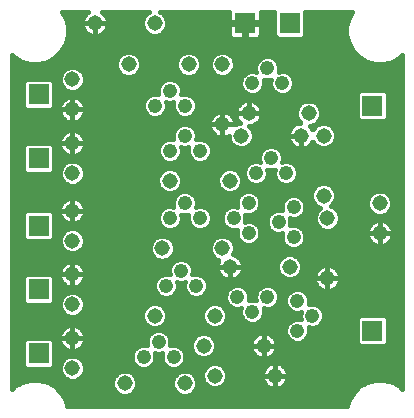
<source format=gtl>
G04 Output by ViewMate Deluxe V11.0.9  PentaLogix LLC*
G04 Sun May 11 19:32:23 2014*
%FSLAX33Y33*%
%MOMM*%
%IPPOS*%
%ADD10C,1.3081*%
%ADD11R,1.8009X1.8009*%
%ADD12C,1.209*%
%ADD13C,0.4064*%

%LPD*%
X0Y0D2*D13*G1X20203Y16929D2*X19520Y16929D1*X24768Y14514D2*X23597Y14514D1*X33266Y16124D2*X34544Y16124D1*X34544Y15723D2*X33310Y15723D1*X33310Y15319D2*X34544Y15319D1*X34544Y14917D2*X33310Y14917D1*X33310Y14514D2*X34544Y14514D1*X34544Y14112D2*X33310Y14112D1*X24404Y12098D2*X34544Y12098D1*X34544Y11697D2*X24745Y11697D1*X24859Y11293D2*X34544Y11293D1*X34544Y10892D2*X24816Y10892D1*X34013Y10488D2*X34544Y10488D1*X24605Y10488D2*X31265Y10488D1*X23749Y12314D2*X23749Y11201D1*X23749Y12314*X34544Y13307D2*X23823Y13307D1*X33076Y13708D2*X34544Y13708D1*X23906Y13708D2*X30932Y13708D1*X25187Y14112D2*X23846Y14112D1*X30698Y14112D2*X26121Y14112D1*X26540Y14514D2*X30698Y14514D1*X30698Y14917D2*X26665Y14917D1*X27242Y15319D2*X30698Y15319D1*X30698Y15723D2*X27785Y15723D1*X30698Y16081D2*X30935Y16320D1*X33073Y16320*X33310Y16081*X33310Y13945*X33073Y13706*X30935Y13706*X30698Y13945*X30698Y16081*X27935Y16124D2*X30742Y16124D1*X34544Y16528D2*X27917Y16528D1*X27706Y16929D2*X34544Y16929D1*X34544Y18943D2*X29180Y18943D1*X29301Y19345D2*X34544Y19345D1*X34544Y19748D2*X29268Y19748D1*X29063Y20150D2*X34544Y20150D1*X31651Y23774D2*X28931Y23774D1*X34544Y24176D2*X33279Y24176D1*X33627Y23774D2*X34544Y23774D1*X34544Y23371D2*X33746Y23371D1*X33711Y22969D2*X34544Y22969D1*X34544Y22565D2*X33503Y22565D1*X32774Y22164D2*X34544Y22164D1*X32639Y24379D2*X32639Y23266D1*X32639Y24379*X23713Y41890D2*X22565Y41890D1*X22565Y41488D2*X23713Y41488D1*X18517Y38268D2*X17234Y38268D1*X17465Y37864D2*X18285Y37864D1*X18245Y37462D2*X17506Y37462D1*X17389Y37059D2*X18362Y37059D1*X18702Y36657D2*X17048Y36657D1*X19304Y32474D2*X19304Y33586D1*X19304Y32474*X16388Y24580D2*X15870Y24580D1*X15804Y24176D2*X16454Y24176D1*X16734Y23774D2*X15524Y23774D1*X20216Y22565D2*X20798Y22565D1*X14648Y22969D2*X18880Y22969D1*X18392Y22565D2*X15136Y22565D1*X15283Y22164D2*X18245Y22164D1*X18255Y21760D2*X15273Y21760D1*X15085Y21359D2*X18443Y21359D1*X15255Y20955D2*X14481Y20955D1*X18971Y20955D2*X16368Y20955D1*X19619Y19345D2*X17958Y19345D1*X17485Y19748D2*X19047Y19748D1*X15552Y18943D2*X16071Y18943D1*X16104Y18539D2*X15519Y18539D1*X15286Y18138D2*X16337Y18138D1*X14166Y12903D2*X13647Y12903D1*X13612Y12502D2*X14201Y12502D1*X14437Y12098D2*X13376Y12098D1*X18067Y12098D2*X15916Y12098D1*X22893Y10488D2*X19454Y10488D1*X19688Y10892D2*X22682Y10892D1*X22639Y11293D2*X19728Y11293D1*X19611Y11697D2*X22753Y11697D1*X23094Y12098D2*X19271Y12098D1*X23025Y12050D2*X23167Y12151D1*X23322Y12233*X23490Y12286*X23663Y12314*X23749Y12314*X23835Y12314*X24008Y12286*X24176Y12233*X24331Y12151*X24473Y12050*X24597Y11925*X24699Y11783*X24778Y11628*X24834Y11463*X24859Y11290*X24859Y11201*X23749Y11201*X22639Y11201*X23749Y11201*X23749Y10091*X23749Y11201*X24859Y11201*X24859Y11115*X24834Y10942*X24778Y10775*X24699Y10620*X24597Y10478*X24473Y10356*X24331Y10251*X24176Y10173*X24008Y10117*X23835Y10091*X23749Y10091*X23663Y10091*X23490Y10117*X23322Y10173*X23167Y10251*X23025Y10356*X22901Y10478*X22799Y10620*X22720Y10775*X22664Y10942*X22639Y11115*X22639Y11201*X22639Y11290*X22664Y11463*X22720Y11628*X22799Y11783*X22901Y11925*X23025Y12050*X18377Y12903D2*X22062Y12903D1*X21770Y13307D2*X18684Y13307D1*X18776Y13708D2*X21687Y13708D1*X21747Y14112D2*X18712Y14112D1*X18443Y14514D2*X21996Y14514D1*X14036Y15319D2*X18222Y15319D1*X24643Y14917D2*X14478Y14917D1*X19116Y15319D2*X24689Y15319D1*X21323Y15723D2*X19586Y15723D1*X19728Y16124D2*X20947Y16124D1*X20833Y16528D2*X19715Y16528D1*X22103Y17734D2*X21585Y17734D1*X21557Y18138D2*X22131Y18138D1*X22355Y18539D2*X21333Y18539D1*X24846Y16929D2*X23485Y16929D1*X23985Y17333D2*X24651Y17333D1*X24643Y17734D2*X24125Y17734D1*X24097Y18138D2*X24811Y18138D1*X25400Y18539D2*X23873Y18539D1*X27567Y18539D2*X25908Y18539D1*X18092Y18943D2*X27208Y18943D1*X19815Y18539D2*X18059Y18539D1*X17826Y18138D2*X19591Y18138D1*X14440Y16929D2*X17818Y16929D1*X17623Y16528D2*X14635Y16528D1*X14648Y16124D2*X17610Y16124D1*X17752Y15723D2*X14506Y15723D1*X14811Y14514D2*X16990Y14514D1*X16721Y14112D2*X14917Y14112D1*X15598Y13708D2*X16657Y13708D1*X16749Y13307D2*X16055Y13307D1*X17117Y12842D2*X16817Y13142D1*X16657Y13531*X16657Y13952*X16817Y14343*X17117Y14641*X17506Y14803*X17927Y14803*X18316Y14641*X18616Y14343*X18776Y13952*X18776Y13531*X18616Y13142*X18316Y12842*X17927Y12682*X17506Y12682*X17117Y12842*X16187Y12903D2*X17056Y12903D1*X34544Y12502D2*X16152Y12502D1*X23531Y12903D2*X34544Y12903D1*X22796Y14854D2*X22796Y13741D1*X22796Y14854*X22537Y14826D2*X22710Y14854D1*X22796Y14854*X22883Y14854*X23056Y14826*X23223Y14773*X23378Y14691*X23520Y14590*X23645Y14465*X23746Y14323*X23825Y14168*X23881Y14003*X23906Y13830*X23906Y13741*X22796Y13741*X21687Y13741*X22796Y13741*X22796Y12631*X22796Y13741*X23906Y13741*X23906Y13655*X23881Y13482*X23825Y13315*X23746Y13160*X23645Y13018*X23520Y12896*X23378Y12791*X23223Y12713*X23056Y12657*X22883Y12631*X22796Y12631*X22710Y12631*X22537Y12657*X22370Y12713*X22215Y12791*X22073Y12896*X21948Y13018*X21847Y13160*X21768Y13315*X21712Y13482*X21687Y13655*X21687Y13741*X21687Y13830*X21712Y14003*X21768Y14168*X21847Y14323*X21948Y14465*X22073Y14590*X22215Y14691*X22370Y14773*X22537Y14826*X24935Y15723D2*X22365Y15723D1*X22741Y16124D2*X25913Y16124D1*X25931Y16528D2*X22855Y16528D1*X34544Y17333D2*X26657Y17333D1*X26665Y17734D2*X34544Y17734D1*X26510Y18125D2*X26665Y17752D1*X26665Y17351*X26622Y17252*X26723Y17292*X27125Y17292*X27496Y17137*X27780Y16855*X27935Y16482*X27935Y16081*X27780Y15710*X27496Y15425*X27125Y15270*X26723Y15270*X26622Y15314*X26665Y15212*X26665Y14811*X26510Y14440*X26226Y14155*X25855Y14000*X25453Y14000*X25082Y14155*X24798Y14440*X24643Y14811*X24643Y15212*X24798Y15585*X25082Y15867*X25453Y16022*X25855Y16022*X25956Y15982*X25913Y16081*X25913Y16482*X25956Y16584*X25855Y16540*X25453Y16540*X25082Y16695*X24798Y16980*X24643Y17351*X24643Y17752*X24798Y18125*X25082Y18407*X25453Y18562*X25855Y18562*X26226Y18407*X26510Y18125*X34544Y18138D2*X26497Y18138D1*X28821Y18539D2*X34544Y18539D1*X28194Y20569D2*X28194Y19456D1*X28194Y20569*X34544Y20554D2*X28377Y20554D1*X25941Y20955D2*X34544Y20955D1*X28011Y20554D2*X26078Y20554D1*X26060Y20150D2*X27325Y20150D1*X27120Y19748D2*X25857Y19748D1*X27084Y19456D2*X27084Y19545D1*X27109Y19718*X27165Y19883*X27244Y20038*X27346Y20180*X27470Y20305*X27612Y20406*X27767Y20488*X27935Y20541*X28108Y20569*X28194Y20569*X28280Y20569*X28453Y20541*X28621Y20488*X28776Y20406*X28918Y20305*X29042Y20180*X29144Y20038*X29223Y19883*X29279Y19718*X29304Y19545*X29304Y19456*X28194Y19456*X27084Y19456*X27084Y19370D2*X27084Y19456D1*X28194Y19456*X28194Y18346*X28194Y19456*X29304Y19456*X29304Y19370*X29279Y19197*X29223Y19030*X29144Y18875*X29042Y18732*X28918Y18611*X28776Y18506*X28621Y18428*X28453Y18372*X28280Y18346*X28194Y18346*X28108Y18346*X27935Y18372*X27767Y18428*X27612Y18506*X27470Y18611*X27346Y18732*X27244Y18875*X27165Y19030*X27109Y19197*X27084Y19370*X20259Y19345D2*X27087Y19345D1*X21049Y20498D2*X21049Y20409D1*X19939Y20409*X18829Y20409*X18854Y20150D2*X18910Y19982D1*X18989Y19827*X19091Y19685*X19215Y19563*X19357Y19459*X19512Y19380*X19680Y19324*X19853Y19299*X19939Y19299*X19939Y20409*X21049Y20409*X21049Y20323*X21024Y20150*X24181Y19748D2*X20831Y19748D1*X20907Y20955D2*X24097Y20955D1*X24539Y21359D2*X20523Y21359D1*X22461Y26190D2*X24608Y26190D1*X24366Y25786D2*X22537Y25786D1*X22446Y25385D2*X24326Y25385D1*X23398Y24981D2*X22131Y24981D1*X21267Y24580D2*X23122Y24580D1*X23056Y24176D2*X21971Y24176D1*X22410Y23774D2*X23157Y23774D1*X23485Y23371D2*X22537Y23371D1*X22497Y22969D2*X24326Y22969D1*X24402Y22565D2*X22255Y22565D1*X20363Y22164D2*X24694Y22164D1*X34544Y21760D2*X20353Y21760D1*X25499Y21359D2*X34544Y21359D1*X32504Y22164D2*X25979Y22164D1*X26271Y22565D2*X31775Y22565D1*X31532Y23371D2*X26256Y23371D1*X26347Y22969D2*X31567Y22969D1*X25941Y23774D2*X27457Y23774D1*X27196Y24176D2*X25077Y24176D1*X25778Y24580D2*X27135Y24580D1*X27231Y24981D2*X26220Y24981D1*X26347Y25385D2*X27541Y25385D1*X27033Y25786D2*X26307Y25786D1*X26065Y26190D2*X26833Y26190D1*X25908Y26345D2*X26192Y26063D1*X26347Y25690*X26347Y25288*X26192Y24917*X25908Y24633*X25537Y24478*X25136Y24478*X25034Y24521*X25077Y24420*X25077Y24018*X25034Y23919*X25136Y23960*X25537Y23960*X25908Y23805*X26192Y23523*X26347Y23150*X26347Y22748*X26192Y22377*X25908Y22093*X25537Y21938*X25136Y21938*X24765Y22093*X24481Y22377*X24326Y22748*X24326Y23150*X24369Y23251*X24267Y23208*X23866Y23208*X23495Y23363*X23211Y23647*X23056Y24018*X23056Y24420*X23211Y24793*X23495Y25075*X23866Y25230*X24267Y25230*X24369Y25189*X24326Y25288*X24326Y25690*X24481Y26063*X24765Y26345*X25136Y26500*X25537Y26500*X25908Y26345*X34544Y38268D2*X34480Y38268D1*X33866Y37864D2*X34544Y37864D1*X26325Y41890D2*X30236Y41890D1*X30008Y41488D2*X26325Y41488D1*X26325Y41084D2*X29901Y41084D1*X29820Y40683D2*X26325Y40683D1*X26325Y40279D2*X29820Y40279D1*X29863Y39878D2*X26223Y39878D1*X23917Y37864D2*X31412Y37864D1*X34544Y37462D2*X24115Y37462D1*X24125Y37059D2*X34544Y37059D1*X34544Y36657D2*X25123Y36657D1*X25359Y36253D2*X34544Y36253D1*X34544Y35852D2*X25395Y35852D1*X28669Y32228D2*X34544Y32228D1*X34544Y31826D2*X28898Y31826D1*X28936Y31422D2*X34544Y31422D1*X34544Y31021D2*X28816Y31021D1*X25471Y29007D2*X34544Y29007D1*X34544Y28605D2*X25690Y28605D1*X25712Y28202D2*X34544Y28202D1*X34544Y27800D2*X25568Y27800D1*X34544Y26591D2*X33353Y26591D1*X33630Y26190D2*X34544Y26190D1*X34544Y25786D2*X33698Y25786D1*X33612Y25385D2*X34544Y25385D1*X34544Y24981D2*X33312Y24981D1*X29253Y24580D2*X34544Y24580D1*X31999Y24176D2*X29192Y24176D1*X32212Y24298D2*X32380Y24351D1*X32553Y24379*X32639Y24379*X32725Y24379*X32898Y24351*X33066Y24298*X33221Y24216*X33363Y24115*X33487Y23990*X33589Y23848*X33668Y23693*X33724Y23528*X33749Y23355*X33749Y23266*X32639Y23266*X31529Y23266*X32639Y23266*X32639Y22156*X32639Y23266*X33749Y23266*X33749Y23180*X33724Y23007*X33668Y22840*X33589Y22685*X33487Y22542*X33363Y22421*X33221Y22316*X33066Y22238*X32898Y22182*X32725Y22156*X32639Y22156*X32553Y22156*X32380Y22182*X32212Y22238*X32057Y22316*X31915Y22421*X31791Y22542*X31689Y22685*X31610Y22840*X31554Y23007*X31529Y23180*X31529Y23266*X31529Y23355*X31554Y23528*X31610Y23693*X31689Y23848*X31791Y23990*X31915Y24115*X32057Y24216*X32212Y24298*X29157Y24981D2*X31966Y24981D1*X31666Y25385D2*X28847Y25385D1*X28720Y25786D2*X31580Y25786D1*X31648Y26190D2*X28920Y26190D1*X32040Y26706D2*X32428Y26868D1*X32850Y26868*X33238Y26706*X33538Y26408*X33698Y26017*X33698Y25596*X33538Y25207*X33238Y24907*X32850Y24747*X32428Y24747*X32040Y24907*X31740Y25207*X31580Y25596*X31580Y26017*X31740Y26408*X32040Y26706*X28936Y26591D2*X31925Y26591D1*X34544Y26995D2*X28796Y26995D1*X28341Y27396D2*X34544Y27396D1*X25049Y27396D2*X27412Y27396D1*X22509Y27396D2*X24354Y27396D1*X23835Y27800D2*X23028Y27800D1*X23172Y28202D2*X23691Y28202D1*X23713Y28605D2*X23150Y28605D1*X34544Y29411D2*X24440Y29411D1*X24442Y29812D2*X34544Y29812D1*X34544Y30216D2*X24262Y30216D1*X28466Y30617D2*X34544Y30617D1*X26617Y30617D2*X27287Y30617D1*X27084Y32228D2*X26833Y32228D1*X34544Y32631D2*X27310Y32631D1*X33310Y33033D2*X34544Y33033D1*X34544Y33437D2*X33310Y33437D1*X33310Y33838D2*X34544Y33838D1*X34544Y34242D2*X33310Y34242D1*X33310Y34643D2*X34544Y34643D1*X34544Y35047D2*X33310Y35047D1*X25263Y35448D2*X34544Y35448D1*X30698Y35047D2*X24801Y35047D1*X30698Y32995D2*X30698Y35131D1*X30935Y35370*X33073Y35370*X33310Y35131*X33310Y32995*X33073Y32756*X30935Y32756*X30698Y32995*X27592Y33033D2*X30698Y33033D1*X30698Y33437D2*X27666Y33437D1*X27584Y33838D2*X30698Y33838D1*X30698Y34242D2*X27292Y34242D1*X16977Y34643D2*X30698Y34643D1*X20770Y34242D2*X17140Y34242D1*X21526Y33426D2*X21526Y34539D1*X21526Y33426*X20404Y32631D2*X20752Y32631D1*X20267Y33033D2*X20485Y33033D1*X20417Y33437D2*X19865Y33437D1*X17130Y33838D2*X20493Y33838D1*X18743Y33437D2*X16932Y33437D1*X7460Y33033D2*X18341Y33033D1*X5662Y24580D2*X5052Y24580D1*X5042Y24981D2*X5509Y24981D1*X2441Y22969D2*X1524Y22969D1*X1524Y23371D2*X2441Y23371D1*X2441Y23774D2*X1524Y23774D1*X1524Y24176D2*X2441Y24176D1*X2441Y24580D2*X1524Y24580D1*X1524Y24981D2*X2451Y24981D1*X5512Y25385D2*X1524Y25385D1*X1524Y25786D2*X5677Y25786D1*X2441Y28605D2*X1524Y28605D1*X1524Y29007D2*X2441Y29007D1*X2441Y29411D2*X1524Y29411D1*X1524Y29812D2*X2441Y29812D1*X2441Y30216D2*X1524Y30216D1*X1524Y30617D2*X2441Y30617D1*X18204Y32631D2*X1524Y32631D1*X18194Y32474D2*X18194Y32563D1*X18219Y32736*X18275Y32901*X18354Y33056*X18456Y33198*X18580Y33322*X18722Y33424*X18877Y33505*X19045Y33558*X19218Y33586*X19304Y33586*X19390Y33586*X19563Y33558*X19731Y33505*X19886Y33424*X20028Y33322*X20152Y33198*X20254Y33056*X20333Y32901*X20389Y32736*X20414Y32563*X20414Y32474*X19304Y32474*X18194Y32474*X16853Y32228D2*X18217Y32228D1*X18402Y31826D2*X17097Y31826D1*X22601Y30216D2*X18410Y30216D1*X18311Y29812D2*X22421Y29812D1*X22423Y29411D2*X17986Y29411D1*X7442Y29007D2*X21392Y29007D1*X1524Y33033D2*X5748Y33033D1*X1524Y38268D2*X1588Y38268D1*X2202Y37864D2*X1524Y37864D1*X7780Y41890D2*X5832Y41890D1*X6060Y41488D2*X7485Y41488D1*X7399Y41084D2*X6167Y41084D1*X6248Y40683D2*X7460Y40683D1*X7704Y40279D2*X6248Y40279D1*X12857Y40279D2*X9314Y40279D1*X9558Y40683D2*X12593Y40683D1*X12530Y41084D2*X9619Y41084D1*X9533Y41488D2*X12624Y41488D1*X12934Y41890D2*X9238Y41890D1*X19853Y41890D2*X14244Y41890D1*X21306Y40683D2*X21112Y40683D1*X21112Y40279D2*X21306Y40279D1*X21306Y39878D2*X21112Y39878D1*X23815Y39878D2*X22482Y39878D1*X22565Y40279D2*X23713Y40279D1*X23713Y40683D2*X22565Y40683D1*X21306Y41084D2*X23713Y41084D1*X14648Y41084D2*X21112Y41084D1*X19853Y41488D2*X14554Y41488D1*X14585Y40683D2*X19853Y40683D1*X19853Y40279D2*X14321Y40279D1*X6205Y39878D2*X19936Y39878D1*X29972Y39474D2*X6096Y39474D1*X5911Y39073D2*X30157Y39073D1*X30394Y38669D2*X5674Y38669D1*X20091Y38268D2*X30798Y38268D1*X22311Y37864D2*X20323Y37864D1*X20363Y37462D2*X22113Y37462D1*X19906Y36657D2*X21105Y36657D1*X20203Y36954D2*X19903Y36655D1*X19515Y36495*X19093Y36495*X18705Y36655*X18405Y36954*X18245Y37343*X18245Y37765*X18405Y38156*X18705Y38453*X19093Y38616*X19515Y38616*X19903Y38453*X20203Y38156*X20363Y37765*X20363Y37343*X20203Y36954*X22103Y37059D2*X20246Y37059D1*X22847Y36253D2*X22819Y36253D1*X23381Y36253D2*X23409Y36253D1*X22855Y35852D2*X23373Y35852D1*X23505Y35448D2*X22723Y35448D1*X22261Y35047D2*X23967Y35047D1*X25921Y34242D2*X22283Y34242D1*X22560Y33838D2*X25629Y33838D1*X22636Y33426D2*X21526Y33426D1*X20417Y33426*X20417Y33515*X20442Y33688*X20498Y33853*X20577Y34008*X20678Y34150*X20803Y34275*X20945Y34376*X21100Y34458*X21267Y34511*X21440Y34539*X21526Y34539*X21613Y34539*X21786Y34511*X21953Y34458*X22108Y34376*X22250Y34275*X22375Y34150*X22476Y34008*X22555Y33853*X22611Y33688*X22636Y33515*X22636Y33426*X25547Y33437D2*X22636Y33437D1*X22568Y33033D2*X25621Y33033D1*X25867Y32631D2*X22301Y32631D1*X21684Y32228D2*X25110Y32228D1*X24902Y31826D2*X21913Y31826D1*X24862Y31521D2*X25972Y31521D1*X25972Y30411*X25972Y31521*X24862Y31521*X21951Y31422D2*X24862Y31422D1*X24981Y31021D2*X21831Y31021D1*X25390Y30571D2*X25248Y30676D1*X25123Y30798*X25022Y30940*X24943Y31095*X24887Y31262*X24862Y31435*X24862Y31521*X24862Y31610*X24887Y31783*X24943Y31948*X25022Y32103*X25123Y32245*X25248Y32370*X25390Y32471*X25545Y32553*X25712Y32606*X25885Y32634*X25900Y32634*X25707Y32827*X25547Y33216*X25547Y33637*X25707Y34028*X26007Y34326*X26396Y34488*X26817Y34488*X27206Y34326*X27506Y34028*X27666Y33637*X27666Y33216*X27506Y32827*X27206Y32527*X26817Y32367*X26698Y32367*X26820Y32245*X26921Y32103*X26949Y32052*X26977Y32123*X27277Y32421*X27666Y32583*X28087Y32583*X28476Y32421*X28776Y32123*X28936Y31732*X28936Y31311*X28776Y30922*X28476Y30622*X28087Y30462*X27666Y30462*X27277Y30622*X26977Y30922*X26949Y30991*X26921Y30940*X26820Y30798*X26695Y30676*X26553Y30571*X26398Y30493*X26231Y30437*X26058Y30411*X25972Y30411*X25885Y30411*X25712Y30437*X25545Y30493*X25390Y30571*X23655Y30617D2*X25326Y30617D1*X21481Y30617D2*X23208Y30617D1*X18341Y30617D2*X20302Y30617D1*X19952Y31021D2*X18059Y31021D1*X19665Y31422D2*X19832Y31422D1*X18877Y31445D2*X18722Y31524D1*X18580Y31628*X18456Y31750*X18354Y31892*X18275Y32047*X18219Y32215*X18194Y32388*X18194Y32474*X19304Y32474*X19304Y31364*X19304Y32474*X20414Y32474*X20414Y32471*X20681Y32583*X20800Y32583*X20678Y32702*X20577Y32845*X20498Y33000*X20442Y33167*X20417Y33340*X20417Y33426*X21526Y33426*X22636Y33426*X22636Y33340*X22611Y33167*X22555Y33000*X22476Y32845*X22375Y32702*X22250Y32581*X22108Y32476*X21953Y32398*X21786Y32342*X21613Y32316*X21598Y32316*X21791Y32123*X21951Y31732*X21951Y31311*X21791Y30922*X21491Y30622*X21102Y30462*X20681Y30462*X20292Y30622*X19992Y30922*X19832Y31311*X19832Y31496*X19731Y31445*X19563Y31389*X19390Y31364*X19304Y31364*X19218Y31364*X19045Y31389*X18877Y31445*X17140Y31422D2*X18943Y31422D1*X15870Y30216D2*X16388Y30216D1*X16487Y29812D2*X15771Y29812D1*X15446Y29411D2*X16812Y29411D1*X7082Y27396D2*X13840Y27396D1*X13800Y27800D2*X7526Y27800D1*X7663Y28202D2*X13914Y28202D1*X14252Y28605D2*X7645Y28605D1*X7490Y30216D2*X13848Y30216D1*X13917Y30617D2*X7686Y30617D1*X7709Y31021D2*X14199Y31021D1*X15118Y31422D2*X7577Y31422D1*X7257Y34643D2*X12741Y34643D1*X12578Y34242D2*X7597Y34242D1*X7714Y33838D2*X12588Y33838D1*X12786Y33437D2*X7673Y33437D1*X15326Y33437D2*X14392Y33437D1*X14590Y33838D2*X15128Y33838D1*X15118Y34242D2*X14600Y34242D1*X15865Y35047D2*X15834Y35047D1*X21427Y35047D2*X16393Y35047D1*X15870Y35448D2*X20965Y35448D1*X20833Y35852D2*X15738Y35852D1*X20833Y36167D2*X20988Y36540D1*X21272Y36822*X21643Y36977*X22045Y36977*X22146Y36937*X22103Y37036*X22103Y37437*X22258Y37810*X22542Y38092*X22913Y38247*X23315Y38247*X23686Y38092*X23970Y37810*X24125Y37437*X24125Y37036*X24082Y36937*X24183Y36977*X24585Y36977*X24956Y36822*X25240Y36540*X25395Y36167*X25395Y35766*X25240Y35395*X24956Y35110*X24585Y34955*X24183Y34955*X23812Y35110*X23528Y35395*X23373Y35766*X23373Y36167*X23416Y36269*X23315Y36225*X22913Y36225*X22812Y36269*X22855Y36167*X22855Y35766*X22700Y35395*X22416Y35110*X22045Y34955*X21643Y34955*X21272Y35110*X20988Y35395*X20833Y35766*X20833Y36167*X15273Y36253D2*X20869Y36253D1*X11968Y36657D2*X15845Y36657D1*X15504Y37059D2*X12309Y37059D1*X12426Y37462D2*X15387Y37462D1*X15428Y37864D2*X12385Y37864D1*X15547Y38156D2*X15387Y37765D1*X15387Y37343*X15547Y36954*X15847Y36655*X16236Y36495*X16657Y36495*X17046Y36655*X17346Y36954*X17506Y37343*X17506Y37765*X17346Y38156*X17046Y38453*X16657Y38616*X16236Y38616*X15847Y38453*X15547Y38156*X12154Y38268D2*X15659Y38268D1*X5270Y38268D2*X10579Y38268D1*X10348Y37864D2*X4656Y37864D1*X1524Y37462D2*X10307Y37462D1*X1524Y36253D2*X2611Y36253D1*X2441Y35852D2*X1524Y35852D1*X1524Y35448D2*X2441Y35448D1*X2441Y35047D2*X1524Y35047D1*X1524Y34643D2*X2441Y34643D1*X2441Y34242D2*X1524Y34242D1*X1524Y33838D2*X2548Y33838D1*X5535Y33437D2*X1524Y33437D1*X5494Y33838D2*X4945Y33838D1*X5052Y34242D2*X5611Y34242D1*X5951Y34643D2*X5052Y34643D1*X5052Y35852D2*X5636Y35852D1*X4816Y36322D2*X5052Y36083D1*X5052Y33947*X4816Y33708*X2677Y33708*X2441Y33947*X2441Y36083*X2677Y36322*X4816Y36322*X5545Y36253D2*X4882Y36253D1*X1524Y36657D2*X5611Y36657D1*X5880Y37059D2*X1524Y37059D1*X10424Y37059D2*X7328Y37059D1*X10767Y36655D2*X10467Y36954D1*X10307Y37343*X10307Y37765*X10467Y38156*X10767Y38453*X11156Y38616*X11577Y38616*X11966Y38453*X12266Y38156*X12426Y37765*X12426Y37343*X12266Y36954*X11966Y36655*X11577Y36495*X11156Y36495*X10767Y36655*X7597Y36657D2*X10765Y36657D1*X14445Y36253D2*X7663Y36253D1*X7572Y35852D2*X13980Y35852D1*X13848Y35448D2*X7267Y35448D1*X13853Y35047D2*X13884Y35047D1*X13388Y35072D2*X13790Y35072D1*X13891Y35032*X13848Y35131*X13848Y35532*X14003Y35905*X14288Y36187*X14658Y36342*X15060Y36342*X15430Y36187*X15715Y35905*X15870Y35532*X15870Y35131*X15827Y35032*X15928Y35072*X16330Y35072*X16700Y34917*X16985Y34635*X17140Y34262*X17140Y33861*X16985Y33490*X16700Y33205*X16330Y33050*X15928Y33050*X15558Y33205*X15273Y33490*X15118Y33861*X15118Y34262*X15161Y34364*X15060Y34320*X14658Y34320*X14557Y34364*X14600Y34262*X14600Y33861*X14445Y33490*X14160Y33205*X13790Y33050*X13388Y33050*X13018Y33205*X12733Y33490*X12578Y33861*X12578Y34262*X12733Y34635*X13018Y34917*X13388Y35072*X5052Y35047D2*X13325Y35047D1*X5941Y35448D2*X5052Y35448D1*X6393Y35225D2*X6005Y35385D1*X5705Y35684*X5545Y36073*X5545Y36495*X5705Y36886*X6005Y37183*X6393Y37346*X6815Y37346*X7203Y37183*X7503Y36886*X7663Y36495*X7663Y36073*X7503Y35684*X7203Y35385*X6815Y35225*X6393Y35225*X6604Y33744D2*X6604Y34856D1*X6690Y34856*X6863Y34828*X7031Y34775*X7186Y34694*X7328Y34592*X7452Y34468*X7554Y34326*X7633Y34171*X7689Y34006*X7714Y33833*X7714Y33744*X6604Y33744*X6604Y34856*X6518Y34856*X6345Y34828*X6177Y34775*X6022Y34694*X5880Y34592*X5756Y34468*X5654Y34326*X5575Y34171*X5519Y34006*X5494Y33833*X5494Y33744*X6604Y33744*X6604Y32634D2*X6518Y32634D1*X6345Y32659*X6177Y32715*X6022Y32794*X5880Y32898*X5756Y33020*X5654Y33162*X5575Y33317*X5519Y33485*X5494Y33658*X5494Y33744*X6604Y33744*X6604Y32634*X6604Y33744*X7714Y33744*X7714Y33658*X7689Y33485*X7633Y33317*X7554Y33162*X7452Y33020*X7328Y32898*X7186Y32794*X7031Y32715*X6863Y32659*X6690Y32634*X6604Y32634*X6604Y31999D2*X6604Y30886D1*X6604Y31999*X15161Y31826D2*X7203Y31826D1*X1524Y32228D2*X15405Y32228D1*X6005Y31826D2*X1524Y31826D1*X1524Y31422D2*X5631Y31422D1*X5499Y31021D2*X1524Y31021D1*X5494Y30886D2*X5494Y30975D1*X5519Y31148*X5575Y31313*X5654Y31468*X5756Y31610*X5880Y31735*X6022Y31836*X6177Y31918*X6345Y31971*X6518Y31999*X6604Y31999*X6690Y31999*X6863Y31971*X7031Y31918*X7186Y31836*X7328Y31735*X7452Y31610*X7554Y31468*X7633Y31313*X7689Y31148*X7714Y30975*X7714Y30886*X6604Y30886*X5494Y30886*X5522Y30617D2*X5052Y30617D1*X5052Y30216D2*X5718Y30216D1*X6314Y29812D2*X5052Y29812D1*X6604Y29776D2*X6518Y29776D1*X6345Y29802*X6177Y29858*X6022Y29936*X5880Y30041*X5756Y30162*X5654Y30305*X5575Y30460*X5519Y30627*X5494Y30800*X5494Y30886*X6604Y30886*X6604Y29776*X6863Y29802D2*X6690Y29776D1*X6604Y29776*X6604Y30886*X7714Y30886*X7714Y30800*X7689Y30627*X7633Y30460*X7554Y30305*X7452Y30162*X7328Y30041*X7186Y29936*X7031Y29858*X6863Y29802*X13947Y29812D2*X6894Y29812D1*X14288Y29395D2*X14003Y29680D1*X13848Y30051*X13848Y30452*X14003Y30825*X14288Y31107*X14658Y31262*X15060Y31262*X15161Y31222*X15118Y31321*X15118Y31722*X15273Y32095*X15558Y32377*X15928Y32532*X16330Y32532*X16700Y32377*X16985Y32095*X17140Y31722*X17140Y31321*X17097Y31222*X17198Y31262*X17600Y31262*X17970Y31107*X18255Y30825*X18410Y30452*X18410Y30051*X18255Y29680*X17970Y29395*X17600Y29240*X17198Y29240*X16828Y29395*X16543Y29680*X16388Y30051*X16388Y30452*X16431Y30554*X16330Y30510*X15928Y30510*X15827Y30554*X15870Y30452*X15870Y30051*X15715Y29680*X15430Y29395*X15060Y29240*X14658Y29240*X14288Y29395*X5052Y29411D2*X14272Y29411D1*X5052Y29007D2*X5766Y29007D1*X5052Y28550D2*X5052Y30686D1*X4816Y30924*X2677Y30924*X2441Y30686*X2441Y28550*X2677Y28311*X4816Y28311*X5052Y28550*X5563Y28605D2*X5052Y28605D1*X1524Y28202D2*X5545Y28202D1*X5682Y27800D2*X1524Y27800D1*X6005Y27447D2*X5705Y27747D1*X5545Y28136*X5545Y28557*X5705Y28948*X6005Y29246*X6393Y29408*X6815Y29408*X7203Y29246*X7503Y28948*X7663Y28557*X7663Y28136*X7503Y27747*X7203Y27447*X6815Y27287*X6393Y27287*X6005Y27447*X1524Y27396D2*X6126Y27396D1*X14077Y26995D2*X1524Y26995D1*X7056Y26190D2*X15194Y26190D1*X15118Y25786D2*X7531Y25786D1*X7696Y25385D2*X14277Y25385D1*X13950Y24981D2*X7699Y24981D1*X7546Y24580D2*X13848Y24580D1*X13665Y19345D2*X7633Y19345D1*X7714Y19748D2*X14138Y19748D1*X14801Y20150D2*X7650Y20150D1*X7396Y20554D2*X14910Y20554D1*X5494Y19748D2*X4877Y19748D1*X5052Y19345D2*X5575Y19345D1*X5865Y18943D2*X5052Y18943D1*X6604Y20886D2*X6604Y19774D1*X6604Y20886*X13175Y21760D2*X7231Y21760D1*X7556Y22164D2*X13165Y22164D1*X13312Y22565D2*X7663Y22565D1*X7612Y22969D2*X13800Y22969D1*X20516Y23371D2*X7363Y23371D1*X19728Y22969D2*X20556Y22969D1*X19515Y23058D2*X19903Y22896D1*X20203Y22598*X20363Y22207*X20363Y21786*X20239Y21481*X20366Y21440*X20521Y21359*X20663Y21257*X20787Y21133*X20889Y20991*X20968Y20836*X21024Y20671*X21049Y20498*X23960Y20554D2*X21041Y20554D1*X23960Y20198D2*X23960Y20620D1*X24120Y21011*X24420Y21308*X24808Y21471*X25230Y21471*X25618Y21308*X25918Y21011*X26078Y20620*X26078Y20198*X25918Y19809*X25618Y19510*X25230Y19350*X24808Y19350*X24420Y19510*X24120Y19809*X23960Y20198*X23978Y20150D2*X21024Y20150D1*X20968Y19982*X20889Y19827*X20787Y19685*X20663Y19563*X20521Y19459*X20366Y19380*X20198Y19324*X20025Y19299*X19939Y19299*X19939Y20409*X18829Y20409*X16713Y20554D2*X18837Y20554D1*X16822Y20150D2*X18854Y20150D1*X18829Y20323*X18829Y20409*X18829Y20498*X18854Y20671*X18910Y20836*X18984Y20983*X18705Y21097*X18405Y21397*X18245Y21786*X18245Y22207*X18405Y22598*X18705Y22896*X19093Y23058*X19515Y23058*X18064Y23774D2*X19591Y23774D1*X19312Y24176D2*X18344Y24176D1*X18410Y24580D2*X19246Y24580D1*X19347Y24981D2*X18308Y24981D1*X17981Y25385D2*X19675Y25385D1*X20516Y25786D2*X17140Y25786D1*X17064Y26190D2*X20592Y26190D1*X20881Y26591D2*X16774Y26591D1*X26957Y26995D2*X20721Y26995D1*X26817Y26652D2*X26977Y27043D1*X27277Y27341*X27666Y27503*X28087Y27503*X28476Y27341*X28776Y27043*X28936Y26652*X28936Y26231*X28776Y25842*X28494Y25560*X28793Y25436*X29093Y25138*X29253Y24747*X29253Y24326*X29093Y23937*X28793Y23637*X28405Y23477*X27983Y23477*X27595Y23637*X27295Y23937*X27135Y24326*X27135Y24747*X27295Y25138*X27577Y25418*X27277Y25542*X26977Y25842*X26817Y26231*X26817Y26652*X22172Y26591D2*X26817Y26591D1*X21727Y26817D2*X22098Y26662D1*X22382Y26380*X22537Y26007*X22537Y25606*X22382Y25235*X22098Y24950*X21727Y24795*X21326Y24795*X21224Y24839*X21267Y24737*X21267Y24336*X21224Y24237*X21326Y24277*X21727Y24277*X22098Y24122*X22382Y23840*X22537Y23467*X22537Y23066*X22382Y22695*X22098Y22410*X21727Y22255*X21326Y22255*X20955Y22410*X20671Y22695*X20516Y23066*X20516Y23467*X20559Y23569*X20457Y23525*X20056Y23525*X19685Y23680*X19401Y23965*X19246Y24336*X19246Y24737*X19401Y25110*X19685Y25392*X20056Y25547*X20457Y25547*X20559Y25507*X20516Y25606*X20516Y26007*X20671Y26380*X20955Y26662*X21326Y26817*X21727Y26817*X20958Y27396D2*X21814Y27396D1*X20998Y27800D2*X21295Y27800D1*X21151Y28202D2*X20884Y28202D1*X21151Y28547D2*X21306Y28920D1*X21590Y29202*X21961Y29357*X22362Y29357*X22464Y29317*X22421Y29416*X22421Y29817*X22576Y30190*X22860Y30472*X23231Y30627*X23632Y30627*X24003Y30472*X24287Y30190*X24442Y29817*X24442Y29416*X24399Y29317*X24501Y29357*X24902Y29357*X25273Y29202*X25557Y28920*X25712Y28547*X25712Y28146*X25557Y27775*X25273Y27490*X24902Y27335*X24501Y27335*X24130Y27490*X23846Y27775*X23691Y28146*X23691Y28547*X23734Y28649*X23632Y28605*X23231Y28605*X23129Y28649*X23172Y28547*X23172Y28146*X23017Y27775*X22733Y27490*X22362Y27335*X21961Y27335*X21590Y27490*X21306Y27775*X21151Y28146*X21151Y28547*X20546Y28605D2*X21173Y28605D1*X15466Y28605D2*X19332Y28605D1*X18994Y28202D2*X15804Y28202D1*X15918Y27800D2*X18880Y27800D1*X18920Y27396D2*X15878Y27396D1*X19040Y27112D2*X18880Y27501D1*X18880Y27922*X19040Y28313*X19340Y28611*X19728Y28773*X20150Y28773*X20538Y28611*X20838Y28313*X20998Y27922*X20998Y27501*X20838Y27112*X20538Y26812*X20150Y26652*X19728Y26652*X19340Y26812*X19040Y27112*X15641Y26995D2*X19157Y26995D1*X15458Y26812D2*X15758Y27112D1*X15918Y27501*X15918Y27922*X15758Y28313*X15458Y28611*X15070Y28773*X14648Y28773*X14260Y28611*X13960Y28313*X13800Y27922*X13800Y27501*X13960Y27112*X14260Y26812*X14648Y26652*X15070Y26652*X15458Y26812*X1524Y26591D2*X15484Y26591D1*X6152Y26190D2*X1524Y26190D1*X6604Y25171D2*X6604Y26284D1*X6690Y26284*X6863Y26256*X7031Y26203*X7186Y26121*X7328Y26020*X7452Y25895*X7554Y25753*X7633Y25598*X7689Y25433*X7714Y25260*X7714Y25171*X6604Y25171*X6604Y26284*X6518Y26284*X6345Y26256*X6177Y26203*X6022Y26121*X5880Y26020*X5756Y25895*X5654Y25753*X5575Y25598*X5519Y25433*X5494Y25260*X5494Y25171*X6604Y25171*X13914Y24176D2*X7097Y24176D1*X14288Y23680D2*X14003Y23965D1*X13848Y24336*X13848Y24737*X14003Y25110*X14288Y25392*X14658Y25547*X15060Y25547*X15161Y25507*X15118Y25606*X15118Y26007*X15273Y26380*X15558Y26662*X15928Y26817*X16330Y26817*X16700Y26662*X16985Y26380*X17140Y26007*X17140Y25606*X17097Y25507*X17198Y25547*X17600Y25547*X17970Y25392*X18255Y25110*X18410Y24737*X18410Y24336*X18255Y23965*X17970Y23680*X17600Y23525*X17198Y23525*X16828Y23680*X16543Y23965*X16388Y24336*X16388Y24737*X16431Y24839*X16330Y24795*X15928Y24795*X15827Y24839*X15870Y24737*X15870Y24336*X15715Y23965*X15430Y23680*X15060Y23525*X14658Y23525*X14288Y23680*X5052Y23774D2*X14194Y23774D1*X6111Y24176D2*X5052Y24176D1*X6177Y24143D2*X6345Y24087D1*X6518Y24061*X6604Y24061*X6604Y25171*X7714Y25171*X7714Y25085*X7689Y24912*X7633Y24745*X7554Y24590*X7452Y24448*X7328Y24326*X7186Y24221*X7031Y24143*X6863Y24087*X6690Y24061*X6604Y24061*X6604Y25171*X5494Y25171*X5494Y25085*X5519Y24912*X5575Y24745*X5654Y24590*X5756Y24448*X5880Y24326*X6022Y24221*X6177Y24143*X5052Y23371D2*X5845Y23371D1*X5052Y22835D2*X5052Y24971D1*X4816Y25210*X2677Y25210*X2441Y24971*X2441Y22835*X2677Y22596*X4816Y22596*X5052Y22835*X5596Y22969D2*X5052Y22969D1*X1524Y22565D2*X5545Y22565D1*X5652Y22164D2*X1524Y22164D1*X6005Y21732D2*X5705Y22032D1*X5545Y22421*X5545Y22842*X5705Y23233*X6005Y23531*X6393Y23693*X6815Y23693*X7203Y23531*X7503Y23233*X7663Y22842*X7663Y22421*X7503Y22032*X7203Y21732*X6815Y21572*X6393Y21572*X6005Y21732*X1524Y21760D2*X5977Y21760D1*X13363Y21359D2*X1524Y21359D1*X14013Y20937D2*X13625Y21097D1*X13325Y21397*X13165Y21786*X13165Y22207*X13325Y22598*X13625Y22896*X14013Y23058*X14435Y23058*X14823Y22896*X15123Y22598*X15283Y22207*X15283Y21786*X15123Y21397*X14823Y21097*X14435Y20937*X14013Y20937*X1524Y20955D2*X13967Y20955D1*X5812Y20554D2*X1524Y20554D1*X5575Y20201D2*X5654Y20356D1*X5756Y20498*X5880Y20622*X6022Y20724*X6177Y20805*X6345Y20858*X6518Y20886*X6604Y20886*X6690Y20886*X6863Y20858*X7031Y20805*X7186Y20724*X7328Y20622*X7452Y20498*X7554Y20356*X7633Y20201*X7689Y20036*X7714Y19863*X7714Y19774*X6604Y19774*X5494Y19774*X6604Y19774*X6604Y18664*X6518Y18664*X6345Y18689*X6177Y18745*X6022Y18824*X5880Y18928*X5756Y19050*X5654Y19192*X5575Y19347*X5519Y19515*X5494Y19688*X5494Y19774*X5494Y19863*X5519Y20036*X5575Y20201*X1524Y20150D2*X5558Y20150D1*X1524Y19748D2*X2616Y19748D1*X2441Y19345D2*X1524Y19345D1*X1524Y18943D2*X2441Y18943D1*X2441Y18539D2*X1524Y18539D1*X1524Y18138D2*X2441Y18138D1*X2441Y17734D2*X1524Y17734D1*X1524Y17333D2*X2545Y17333D1*X2055Y10488D2*X1524Y10488D1*X1524Y10892D2*X6116Y10892D1*X5682Y11293D2*X1524Y11293D1*X13335Y14917D2*X7577Y14917D1*X7706Y14514D2*X13002Y14514D1*X12896Y14112D2*X7686Y14112D1*X7493Y13708D2*X12215Y13708D1*X1524Y14917D2*X5631Y14917D1*X6010Y15319D2*X1524Y15319D1*X1524Y16528D2*X5812Y16528D1*X5583Y16929D2*X1524Y16929D1*X4948Y17333D2*X5545Y17333D1*X5052Y17437D2*X5052Y19573D1*X4816Y19812*X2677Y19812*X2441Y19573*X2441Y17437*X2677Y17198*X4816Y17198*X5052Y17437*X5664Y17734D2*X5052Y17734D1*X5052Y18138D2*X6012Y18138D1*X13564Y18539D2*X5052Y18539D1*X7343Y18943D2*X13531Y18943D1*X7031Y18745D2*X6863Y18689D1*X6690Y18664*X6604Y18664*X6604Y19774*X7714Y19774*X7714Y19688*X7689Y19515*X7633Y19347*X7554Y19192*X7452Y19050*X7328Y18928*X7186Y18824*X7031Y18745*X13797Y18138D2*X7196Y18138D1*X13970Y17965D2*X13686Y18250D1*X13531Y18621*X13531Y19022*X13686Y19395*X13970Y19677*X14341Y19832*X14742Y19832*X14844Y19792*X14801Y19891*X14801Y20292*X14956Y20665*X15240Y20947*X15611Y21102*X16012Y21102*X16383Y20947*X16667Y20665*X16822Y20292*X16822Y19891*X16779Y19792*X16881Y19832*X17282Y19832*X17653Y19677*X17937Y19395*X18092Y19022*X18092Y18621*X17937Y18250*X17653Y17965*X17282Y17810*X16881Y17810*X16510Y17965*X16226Y18250*X16071Y18621*X16071Y19022*X16114Y19124*X16012Y19080*X15611Y19080*X15509Y19124*X15552Y19022*X15552Y18621*X15397Y18250*X15113Y17965*X14742Y17810*X14341Y17810*X13970Y17965*X18433Y17333D2*X13825Y17333D1*X18880Y17343D2*X19268Y17181D1*X19568Y16883*X19728Y16492*X19728Y16071*X19568Y15682*X19268Y15382*X18880Y15222*X18458Y15222*X18070Y15382*X17770Y15682*X17610Y16071*X17610Y16492*X17770Y16883*X18070Y17181*X18458Y17343*X18880Y17343*X19703Y17333D2*X18905Y17333D1*X19563Y17668D2*X19563Y18070D1*X19718Y18443*X20002Y18725*X20373Y18880*X20775Y18880*X21146Y18725*X21430Y18443*X21585Y18070*X21585Y17668*X21542Y17569*X21643Y17610*X22045Y17610*X22146Y17569*X22103Y17668*X22103Y18070*X22258Y18443*X22542Y18725*X22913Y18880*X23315Y18880*X23686Y18725*X23970Y18443*X24125Y18070*X24125Y17668*X23970Y17297*X23686Y17013*X23315Y16858*X22913Y16858*X22812Y16901*X22855Y16800*X22855Y16398*X22700Y16027*X22416Y15743*X22045Y15588*X21643Y15588*X21272Y15743*X20988Y16027*X20833Y16398*X20833Y16800*X20876Y16901*X20775Y16858*X20373Y16858*X20002Y17013*X19718Y17297*X19563Y17668*X7544Y17734D2*X19563Y17734D1*X13353Y17333D2*X7663Y17333D1*X7625Y16929D2*X12738Y16929D1*X7503Y16634D2*X7203Y16335D1*X6815Y16175*X6393Y16175*X6005Y16335*X5705Y16634*X5545Y17023*X5545Y17445*X5705Y17836*X6005Y18133*X6393Y18296*X6815Y18296*X7203Y18133*X7503Y17836*X7663Y17445*X7663Y17023*X7503Y16634*X12543Y16528D2*X7396Y16528D1*X1524Y16124D2*X12530Y16124D1*X12672Y15723D2*X1524Y15723D1*X12990Y15382D2*X12690Y15682D1*X12530Y16071*X12530Y16492*X12690Y16883*X12990Y17181*X13378Y17343*X13800Y17343*X14188Y17181*X14488Y16883*X14648Y16492*X14648Y16071*X14488Y15682*X14188Y15382*X13800Y15222*X13378Y15222*X12990Y15382*X7198Y15319D2*X13142Y15319D1*X6604Y14376D2*X6604Y15489D1*X6604Y14376*X6304Y13307D2*X5052Y13307D1*X5052Y13708D2*X5715Y13708D1*X5522Y14112D2*X5052Y14112D1*X5494Y14465D2*X5519Y14638D1*X5575Y14803*X5654Y14958*X5756Y15100*X5880Y15225*X6022Y15326*X6177Y15408*X6345Y15461*X6518Y15489*X6604Y15489*X6690Y15489*X6863Y15461*X7031Y15408*X7186Y15326*X7328Y15225*X7452Y15100*X7554Y14958*X7633Y14803*X7689Y14638*X7714Y14465*X7714Y14376*X6604Y14376*X5494Y14376*X5494Y14465*X1524Y14514D2*X5502Y14514D1*X2441Y14112D2*X1524Y14112D1*X1524Y13708D2*X2441Y13708D1*X2441Y13307D2*X1524Y13307D1*X1524Y12903D2*X2441Y12903D1*X2441Y12502D2*X1524Y12502D1*X1524Y12098D2*X2441Y12098D1*X5545Y11697D2*X1524Y11697D1*X5052Y12040D2*X5052Y14176D1*X4816Y14414*X2677Y14414*X2441Y14176*X2441Y12040*X2677Y11801*X4816Y11801*X5052Y12040*X5565Y12098D2*X5052Y12098D1*X5052Y12502D2*X5768Y12502D1*X11626Y12903D2*X5052Y12903D1*X6904Y13307D2*X11758Y13307D1*X7031Y13348D2*X7186Y13426D1*X7328Y13531*X7452Y13652*X7554Y13795*X7633Y13950*X7689Y14117*X7714Y14290*X7714Y14376*X6604Y14376*X5494Y14376*X5494Y14290*X5519Y14117*X5575Y13950*X5654Y13795*X5756Y13652*X5880Y13531*X6022Y13426*X6177Y13348*X6345Y13292*X6518Y13266*X6604Y13266*X6604Y14376*X6604Y13266*X6690Y13266*X6863Y13292*X7031Y13348*X11661Y12502D2*X7440Y12502D1*X11781Y12217D2*X12065Y11933D1*X12436Y11778*X12837Y11778*X13208Y11933*X13492Y12217*X13647Y12588*X13647Y12990*X13604Y13091*X13706Y13048*X14107Y13048*X14209Y13091*X14166Y12990*X14166Y12588*X14321Y12217*X14605Y11933*X14976Y11778*X15377Y11778*X15748Y11933*X16032Y12217*X16187Y12588*X16187Y12990*X16032Y13363*X15748Y13645*X15377Y13800*X14976Y13800*X14874Y13759*X14917Y13858*X14917Y14260*X14762Y14633*X14478Y14915*X14107Y15070*X13706Y15070*X13335Y14915*X13051Y14633*X12896Y14260*X12896Y13858*X12939Y13759*X12837Y13800*X12436Y13800*X12065Y13645*X11781Y13363*X11626Y12990*X11626Y12588*X11781Y12217*X7643Y12098D2*X11897Y12098D1*X17727Y11697D2*X7663Y11697D1*X16901Y11293D2*X17610Y11293D1*X17650Y10892D2*X17142Y10892D1*X17770Y10602D2*X17610Y10991D1*X17610Y11412*X17770Y11803*X18070Y12101*X18458Y12263*X18880Y12263*X19268Y12101*X19568Y11803*X19728Y11412*X19728Y10991*X19568Y10602*X19268Y10302*X18880Y10142*X18458Y10142*X18070Y10302*X17770Y10602*X17188Y10488D2*X17884Y10488D1*X30711Y10086D2*X17076Y10086D1*X16744Y9682D2*X30340Y9682D1*X11664Y9682D2*X15514Y9682D1*X15182Y10086D2*X11996Y10086D1*X12108Y10488D2*X15070Y10488D1*X15116Y10892D2*X12062Y10892D1*X15230Y11168D2*X15530Y11466D1*X15918Y11628*X16340Y11628*X16728Y11466*X17028Y11168*X17188Y10777*X17188Y10356*X17028Y9967*X16728Y9667*X16340Y9507*X15918Y9507*X15530Y9667*X15230Y9967*X15070Y10356*X15070Y10777*X15230Y11168*X11821Y11293D2*X15357Y11293D1*X7526Y11293D2*X10277Y11293D1*X7203Y10937D2*X6815Y10777D1*X6393Y10777*X6005Y10937*X5705Y11237*X5545Y11626*X5545Y12047*X5705Y12438*X6005Y12736*X6393Y12898*X6815Y12898*X7203Y12736*X7503Y12438*X7663Y12047*X7663Y11626*X7503Y11237*X7203Y10937*X10036Y10892D2*X7092Y10892D1*X4803Y10488D2*X9990Y10488D1*X10102Y10086D2*X5357Y10086D1*X10450Y9667D2*X10150Y9967D1*X9990Y10356*X9990Y10777*X10150Y11168*X10450Y11466*X10838Y11628*X11260Y11628*X11648Y11466*X11948Y11168*X12108Y10777*X12108Y10356*X11948Y9967*X11648Y9667*X11260Y9507*X10838Y9507*X10450Y9667*X5728Y9682D2*X10434Y9682D1*X29949Y8877D2*X6119Y8877D1*X5961Y9281D2*X30107Y9281D1*X6055Y9116D2*X5685Y9759D1*X5161Y10282*X4516Y10653*X3800Y10846*X3058Y10846*X2342Y10653*X1697Y10282*X1524Y10109*X1524Y38331*X1697Y38156*X2342Y37785*X3058Y37592*X3800Y37592*X4516Y37785*X5161Y38156*X5685Y38682*X6055Y39324*X6248Y40041*X6248Y40782*X6055Y41501*X5768Y41999*X7930Y41999*X7927Y41996*X7785Y41895*X7661Y41770*X7559Y41628*X7480Y41473*X7424Y41308*X7399Y41135*X7399Y41046*X8509Y41046*X7399Y41046*X7399Y40960*X7424Y40787*X7480Y40620*X7559Y40465*X7661Y40322*X7785Y40201*X7927Y40096*X8082Y40018*X8250Y39962*X8423Y39936*X8509Y39936*X8509Y41046*X9619Y41046*X9619Y40960*X9594Y40787*X9538Y40620*X9459Y40465*X9357Y40322*X9233Y40201*X9091Y40096*X8936Y40018*X8768Y39962*X8595Y39936*X8509Y39936*X8509Y41046*X9619Y41046*X9619Y41135*X9594Y41308*X9538Y41473*X9459Y41628*X9357Y41770*X9233Y41895*X9091Y41996*X9088Y41999*X13117Y41999*X12990Y41946*X12690Y41648*X12530Y41257*X12530Y40836*X12690Y40447*X12990Y40147*X13378Y39987*X13800Y39987*X14188Y40147*X14488Y40447*X14648Y40836*X14648Y41257*X14488Y41648*X14188Y41946*X14061Y41999*X19853Y41999*X19853Y41143*X21112Y41143*X21112Y40950*X19853Y40950*X19853Y40086*X19883Y39969*X19944Y39865*X20028Y39781*X20132Y39721*X20249Y39690*X21112Y39690*X21112Y40950*X21306Y40950*X22565Y40950*X22565Y40086*X22535Y39969*X22474Y39865*X22390Y39781*X22286Y39721*X22169Y39690*X21306Y39690*X21306Y40950*X21306Y41143*X22565Y41143*X22565Y41999*X23713Y41999*X23713Y39980*X23950Y39741*X26088Y39741*X26325Y39980*X26325Y41999*X30300Y41999*X30013Y41501*X29820Y40782*X29820Y40041*X30013Y39324*X30383Y38682*X30907Y38156*X31552Y37785*X32268Y37592*X33010Y37592*X33726Y37785*X34371Y38156*X34544Y38331*X34544Y10109*X34371Y10282*X33726Y10653*X33010Y10846*X32268Y10846*X31552Y10653*X30907Y10282*X30383Y9759*X30013Y9116*X29891Y8661*X6177Y8661*X6055Y9116*D10*X11049Y10566D3*X23749Y11201D3*X22796Y13741D3*X32639Y23266D3*X32639Y25806D3*X25972Y31521D3*X26606Y33426D3*X27876Y31521D3*X27876Y26441D3*X28194Y24536D3*X28194Y19456D3*X25019Y20409D3*X14859Y27711D3*X14224Y21996D3*X13589Y16281D3*X16129Y10566D3*X18669Y11201D3*X17716Y13741D3*X18669Y16281D3*X19939Y20409D3*X19304Y21996D3*X19939Y27711D3*X19304Y32474D3*X20892Y31521D3*X21526Y33426D3*X19304Y37554D3*X16446Y37554D3*X13589Y41046D3*X11366Y37554D3*X8509Y41046D3*X6604Y36284D3*X6604Y33744D3*X6604Y30886D3*X6604Y28346D3*X6604Y25171D3*X6604Y22631D3*X6604Y19774D3*X6604Y17234D3*X6604Y14376D3*X6604Y11836D3*D11*X32004Y15011D3*X32004Y34061D3*X25019Y41046D3*X21209Y41046D3*X3746Y35014D3*X3746Y29616D3*X3746Y23901D3*X3746Y18504D3*X3746Y13106D3*D12*X24384Y35966D3*X23114Y37236D3*X21844Y35966D3*X13589Y34061D3*X14859Y35331D3*X16129Y34061D3*X17399Y30251D3*X16129Y31521D3*X14859Y30251D3*X14859Y24536D3*X16129Y25806D3*X17399Y24536D3*X25336Y22949D3*X24066Y24219D3*X25336Y25489D3*X24702Y28346D3*X23432Y29616D3*X22162Y28346D3*X21526Y25806D3*X20256Y24536D3*X21526Y23266D3*X15176Y12789D3*X12636Y12789D3*X13906Y14059D3*X14542Y18821D3*X15812Y20091D3*X17082Y18821D3*X20574Y17869D3*X21844Y16599D3*X23114Y17869D3*X25654Y17551D3*X25654Y15011D3*X26924Y16281D3*D13*X23749Y10488D3*X23749Y10892D3*X23749Y11201D3*X23749Y11293D3*X23749Y11697D3*X23749Y12098D3*X32639Y22164D3*X32639Y22565D3*X32639Y22969D3*X32639Y23371D3*X32639Y23774D3*X32639Y24176D3*X32639Y23266D3*X19304Y33437D3*X19304Y33033D3*X19304Y32631D3*X19304Y32474D3*X19304Y32228D3*X19304Y31826D3*X23749Y11201D3*X23749Y11201D3*X23749Y11201D3*X22796Y12903D3*X22796Y13307D3*X22796Y13708D3*X22796Y14112D3*X22796Y14514D3*X22796Y13741D3*X22796Y13741D3*X22796Y13741D3*X22796Y13741D3*X28194Y18539D3*X28194Y18943D3*X28194Y19345D3*X28194Y19456D3*X28194Y19748D3*X28194Y20150D3*X28194Y20554D3*X28194Y19456D3*X28194Y19456D3*X28194Y19456D3*X19939Y19345D3*X19939Y19748D3*X19939Y20150D3*X19939Y20409D3*X19939Y20409D3*X19939Y20409D3*X32639Y23266D3*X32639Y23266D3*X32639Y23266D3*X25972Y30617D3*X25972Y31021D3*X25972Y31422D3*X21526Y34242D3*X21526Y33838D3*X21526Y33437D3*X21526Y33426D3*X19304Y32474D3*X19304Y32474D3*X6604Y30216D3*X6604Y30617D3*X6604Y30886D3*X6604Y31021D3*X6604Y31422D3*X8509Y40683D3*X8509Y40279D3*X21526Y33426D3*X25972Y31521D3*X25972Y31521D3*X19304Y31422D3*X19304Y32474D3*X21526Y33426D3*X6604Y34643D3*X6604Y34242D3*X6604Y33838D3*X6604Y33744D3*X6604Y33744D3*X6604Y33744D3*X6604Y33437D3*X6604Y33033D3*X6604Y33744D3*X6604Y31826D3*X6604Y30886D3*X6604Y30886D3*X6604Y30886D3*X6604Y29812D3*X6604Y18943D3*X6604Y19345D3*X6604Y19748D3*X6604Y19774D3*X6604Y20150D3*X6604Y20554D3*X6604Y26190D3*X6604Y25786D3*X6604Y25385D3*X6604Y25171D3*X6604Y25171D3*X6604Y25171D3*X6604Y24981D3*X6604Y24580D3*X6604Y24176D3*X6604Y25171D3*X6604Y19774D3*X6604Y19774D3*X6604Y19774D3*X6604Y15319D3*X6604Y14917D3*X6604Y14514D3*X6604Y14376D3*X6604Y14112D3*X6604Y13708D3*X6604Y13307D3*X6604Y14376D3*X6604Y14376D3*X6604Y14376D3*X8509Y41046D3*X8509Y41046D3*X8509Y41046D3*X0Y0D2*M02*
</source>
